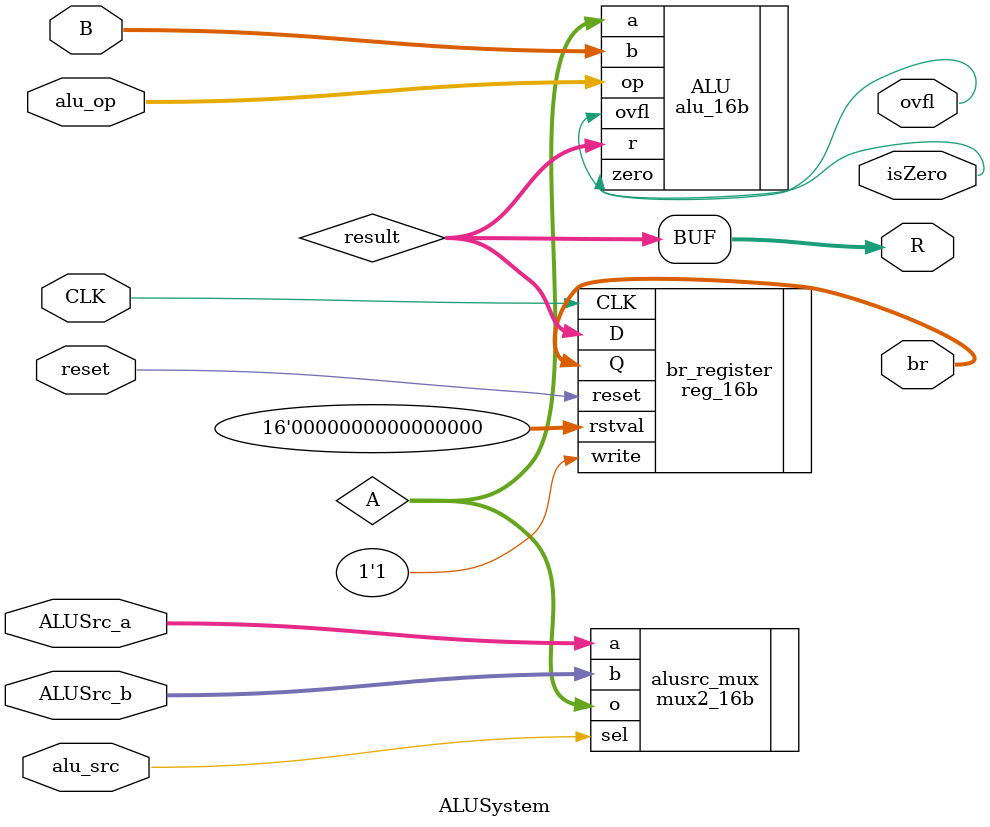
<source format=v>
`timescale 1ns / 1ps
module ALUSystem(
	input [15:0] ALUSrc_a,
	input [15:0] ALUSrc_b,
	input [15:0] B,
	input alu_src,
	input [3:0] alu_op,
	input reset,
	input CLK,
	output [15:0] R,
	output [15:0] br,
	output isZero,
	output ovfl
   );
	
	wire [15:0] A;
	wire [15:0] result;
	
	mux2_16b alusrc_mux(
		.a(ALUSrc_a),
		.b(ALUSrc_b),
		.sel(alu_src),
		.o(A)
	);
	
	alu_16b ALU(
		.a(A),
		.b(B),
		.op(alu_op),
		.r(result),
		.zero(isZero),
		.ovfl(ovfl)
	);
	
	reg_16b br_register(
		.D(result),
		.rstval(16'b0),
		.write(1'b1),
		.reset(reset),
		.CLK(CLK),
		.Q(br)
	);
	
	assign R = result;

endmodule

</source>
